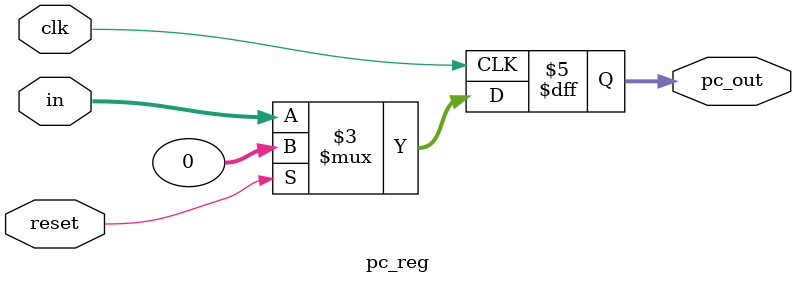
<source format=sv>
module pc_reg(input logic clk,reset, input logic [31:0]in , output logic [31:0]pc_out);
	
	always_ff @(posedge clk)
	begin
		if (reset) pc_out <= 32'd0;
		else pc_out <= in;
	end

endmodule
</source>
